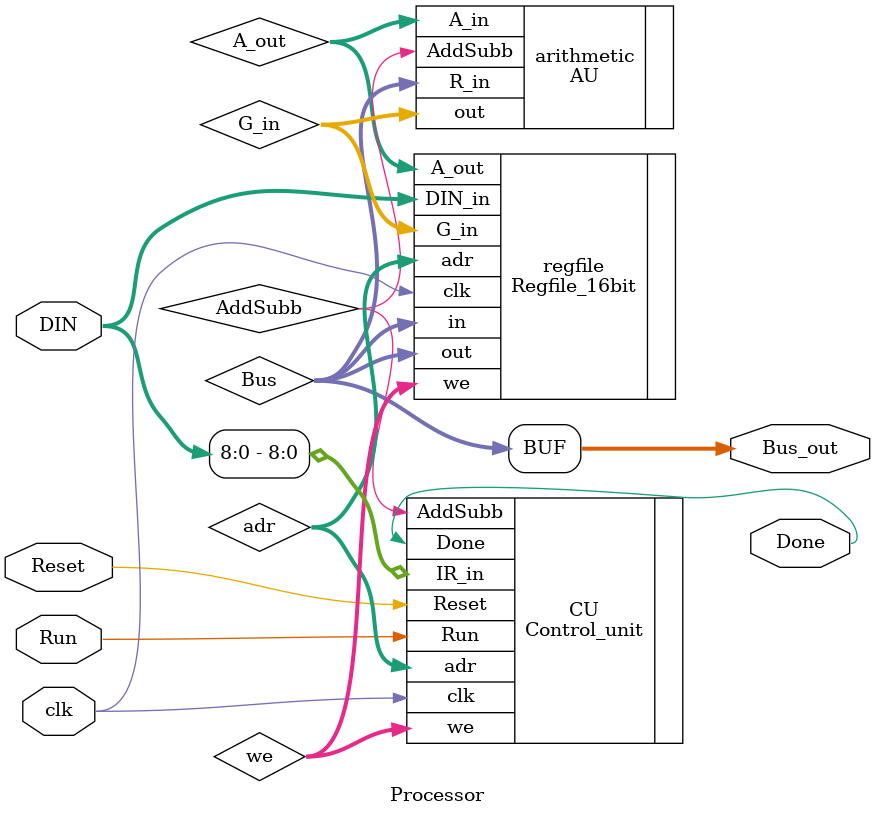
<source format=v>
module Processor(
  input Reset, clk, Run,
  input wire [15:0] DIN,
  output wire Done,
  output wire [15:0] Bus_out);
  
  wire AddSubb;
  wire [3:0] adr;
  wire [3:0] we;
  wire [15:0] A_out, G_in, Bus;
  
  assign Bus_out=Bus;
  
  Control_unit CU (.IR_in(DIN[8:0]), .Run(Run), .clk(clk), .Reset(Reset), .adr(adr), .we(we), .Done(Done), .AddSubb(AddSubb));
  AU arithmetic (.A_in(A_out), .R_in(Bus), .out(G_in), .AddSubb(AddSubb));
  Regfile_16bit regfile (.in(Bus), .out(Bus), .DIN_in(DIN), .A_out(A_out), .G_in(G_in), .clk(clk), .we(we), .adr(adr));

endmodule
  
  

</source>
